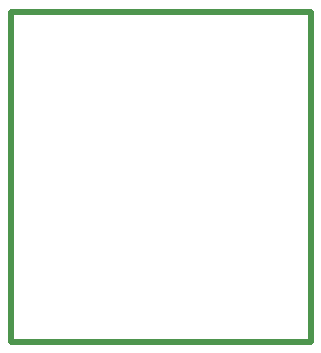
<source format=gbr>
G04 ( created by brdgerber.py ( brdgerber.py v0.1 2014-03-12 ) ) date 2021-02-10 09:33:27 EST*
G04 Gerber Fmt 3.4, Leading zero omitted, Abs format*
%MOIN*%
%FSLAX34Y34*%
G01*
G70*
G90*
G04 APERTURE LIST*
%ADD17C,0.0200*%
%ADD10R,0.0800X0.0260*%
%ADD19C,0.0000*%
%ADD11C,0.0050*%
%ADD16C,0.0120*%
%ADD13C,0.0020*%
%ADD15C,0.0550*%
%ADD14R,0.0550X0.0550*%
%ADD18C,0.0472*%
%ADD12C,0.0060*%
%ADD20C,0.0059*%
G04 APERTURE END LIST*
G54D17*
D17*
G01X-07000Y06000D02*
G01X03000Y06000D01*
D17*
G01X03000Y06000D02*
G01X03000Y-05000D01*
D17*
G01X03000Y-05000D02*
G01X-07000Y-05000D01*
D17*
G01X-07000Y-05000D02*
G01X-07000Y06000D01*
M02*

</source>
